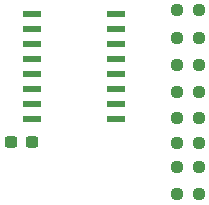
<source format=gbr>
%TF.GenerationSoftware,KiCad,Pcbnew,7.0.2*%
%TF.CreationDate,2023-08-10T02:19:42+09:00*%
%TF.ProjectId,Pmod_7LED_8digit,506d6f64-5f37-44c4-9544-5f3864696769,rev?*%
%TF.SameCoordinates,Original*%
%TF.FileFunction,Paste,Top*%
%TF.FilePolarity,Positive*%
%FSLAX46Y46*%
G04 Gerber Fmt 4.6, Leading zero omitted, Abs format (unit mm)*
G04 Created by KiCad (PCBNEW 7.0.2) date 2023-08-10 02:19:42*
%MOMM*%
%LPD*%
G01*
G04 APERTURE LIST*
G04 Aperture macros list*
%AMRoundRect*
0 Rectangle with rounded corners*
0 $1 Rounding radius*
0 $2 $3 $4 $5 $6 $7 $8 $9 X,Y pos of 4 corners*
0 Add a 4 corners polygon primitive as box body*
4,1,4,$2,$3,$4,$5,$6,$7,$8,$9,$2,$3,0*
0 Add four circle primitives for the rounded corners*
1,1,$1+$1,$2,$3*
1,1,$1+$1,$4,$5*
1,1,$1+$1,$6,$7*
1,1,$1+$1,$8,$9*
0 Add four rect primitives between the rounded corners*
20,1,$1+$1,$2,$3,$4,$5,0*
20,1,$1+$1,$4,$5,$6,$7,0*
20,1,$1+$1,$6,$7,$8,$9,0*
20,1,$1+$1,$8,$9,$2,$3,0*%
G04 Aperture macros list end*
%ADD10RoundRect,0.237500X-0.250000X-0.237500X0.250000X-0.237500X0.250000X0.237500X-0.250000X0.237500X0*%
%ADD11R,1.500000X0.600000*%
%ADD12RoundRect,0.237500X0.300000X0.237500X-0.300000X0.237500X-0.300000X-0.237500X0.300000X-0.237500X0*%
G04 APERTURE END LIST*
D10*
%TO.C,R4*%
X73382500Y-71882000D03*
X75207500Y-71882000D03*
%TD*%
D11*
%TO.C,U1*%
X68193000Y-76454000D03*
X68193000Y-75184000D03*
X68193000Y-73914000D03*
X68193000Y-72644000D03*
X68193000Y-71374000D03*
X68193000Y-70104000D03*
X68193000Y-68834000D03*
X68193000Y-67564000D03*
X61093000Y-67564000D03*
X61093000Y-68834000D03*
X61093000Y-70104000D03*
X61093000Y-71374000D03*
X61093000Y-72644000D03*
X61093000Y-73914000D03*
X61093000Y-75184000D03*
X61093000Y-76454000D03*
%TD*%
D10*
%TO.C,R7*%
X73382500Y-78486000D03*
X75207500Y-78486000D03*
%TD*%
D12*
%TO.C,C1*%
X61060500Y-78359000D03*
X59335500Y-78359000D03*
%TD*%
D10*
%TO.C,R1*%
X73382500Y-82804000D03*
X75207500Y-82804000D03*
%TD*%
%TO.C,R2*%
X73382500Y-76327000D03*
X75207500Y-76327000D03*
%TD*%
%TO.C,R6*%
X73382500Y-67183000D03*
X75207500Y-67183000D03*
%TD*%
%TO.C,R5*%
X73382500Y-69596000D03*
X75207500Y-69596000D03*
%TD*%
%TO.C,R3*%
X73382500Y-74168000D03*
X75207500Y-74168000D03*
%TD*%
%TO.C,R8*%
X73382500Y-80518000D03*
X75207500Y-80518000D03*
%TD*%
M02*

</source>
